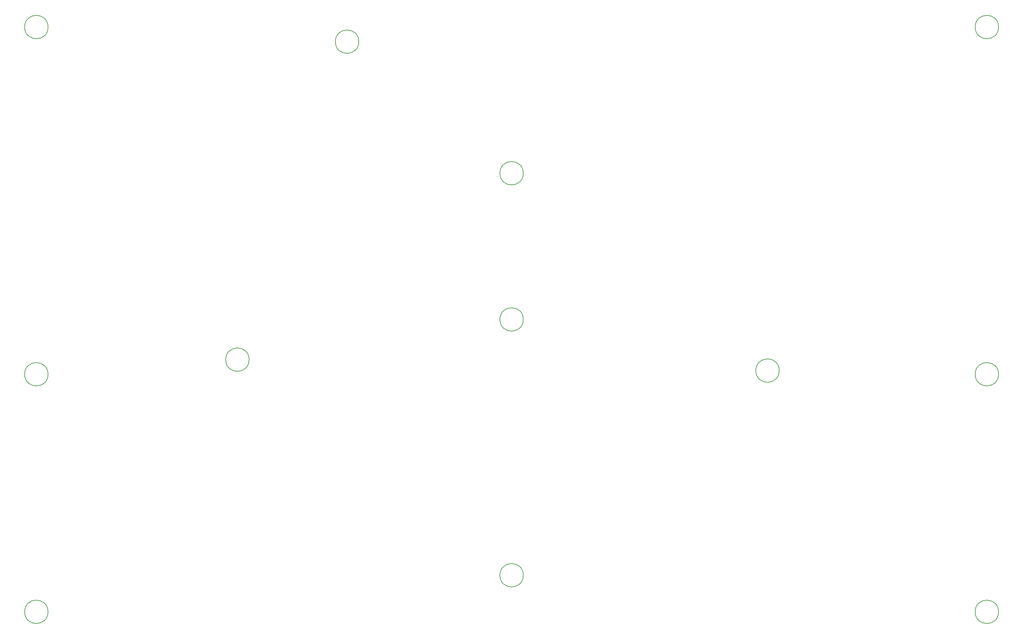
<source format=gbr>
%TF.GenerationSoftware,KiCad,Pcbnew,(7.0.0)*%
%TF.CreationDate,2024-07-28T23:05:56-04:00*%
%TF.ProjectId,ZBox3-0,5a426f78-332d-4302-9e6b-696361645f70,rev?*%
%TF.SameCoordinates,Original*%
%TF.FileFunction,Other,Comment*%
%FSLAX46Y46*%
G04 Gerber Fmt 4.6, Leading zero omitted, Abs format (unit mm)*
G04 Created by KiCad (PCBNEW (7.0.0)) date 2024-07-28 23:05:56*
%MOMM*%
%LPD*%
G01*
G04 APERTURE LIST*
%ADD10C,0.150000*%
G04 APERTURE END LIST*
D10*
%TO.C,H4*%
X193200000Y-100000000D02*
G75*
G03*
X193200000Y-100000000I-3200000J0D01*
G01*
%TO.C,H3*%
X63200000Y-220000000D02*
G75*
G03*
X63200000Y-220000000I-3200000J0D01*
G01*
%TO.C,H8*%
X323200000Y-60000000D02*
G75*
G03*
X323200000Y-60000000I-3200000J0D01*
G01*
%TO.C,H1*%
X63200000Y-60000000D02*
G75*
G03*
X63200000Y-60000000I-3200000J0D01*
G01*
%TO.C,H6*%
X323200000Y-220000000D02*
G75*
G03*
X323200000Y-220000000I-3200000J0D01*
G01*
%TO.C,H11*%
X263200000Y-154000000D02*
G75*
G03*
X263200000Y-154000000I-3200000J0D01*
G01*
%TO.C,H5*%
X193200000Y-210000000D02*
G75*
G03*
X193200000Y-210000000I-3200000J0D01*
G01*
%TO.C,H10*%
X193200000Y-140000000D02*
G75*
G03*
X193200000Y-140000000I-3200000J0D01*
G01*
%TO.C,H9*%
X118200000Y-151000000D02*
G75*
G03*
X118200000Y-151000000I-3200000J0D01*
G01*
%TO.C,H2*%
X63200000Y-155000000D02*
G75*
G03*
X63200000Y-155000000I-3200000J0D01*
G01*
%TO.C,H7*%
X323200000Y-155000000D02*
G75*
G03*
X323200000Y-155000000I-3200000J0D01*
G01*
%TO.C,H12*%
X148200000Y-64000000D02*
G75*
G03*
X148200000Y-64000000I-3200000J0D01*
G01*
%TD*%
M02*

</source>
